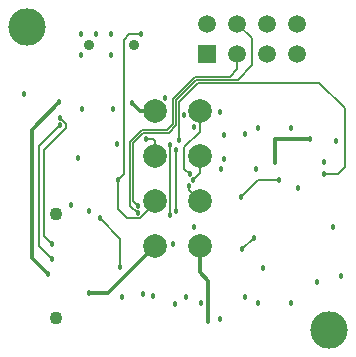
<source format=gbl>
%FSLAX24Y24*%
%MOIN*%
G70*
G01*
G75*
G04 Layer_Physical_Order=4*
G04 Layer_Color=16711680*
%ADD10R,0.0710X0.0300*%
%ADD11R,0.1024X0.0787*%
%ADD12R,0.0532X0.0157*%
%ADD13R,0.0748X0.0630*%
%ADD14R,0.0748X0.0472*%
%ADD15R,0.0787X0.0827*%
%ADD16R,0.0150X0.0200*%
%ADD17R,0.0291X0.0728*%
%ADD18R,0.0787X0.0157*%
%ADD19R,0.0118X0.0472*%
%ADD20R,0.0472X0.0118*%
%ADD21R,0.0236X0.0098*%
%ADD22R,0.0295X0.0472*%
%ADD23R,0.0200X0.0150*%
%ADD24R,0.0300X0.0250*%
%ADD25R,0.0335X0.0138*%
%ADD26R,0.0138X0.0315*%
%ADD27R,0.0250X0.0300*%
%ADD28R,0.0118X0.0165*%
%ADD29R,0.0165X0.0118*%
%ADD30C,0.0100*%
%ADD31C,0.0120*%
%ADD32C,0.0050*%
%ADD33C,0.0060*%
%ADD34C,0.0140*%
%ADD35C,0.0080*%
%ADD36C,0.0098*%
%ADD37C,0.0160*%
%ADD38C,0.0433*%
%ADD39C,0.0591*%
%ADD40R,0.0591X0.0591*%
%ADD41C,0.0354*%
%ADD42C,0.1250*%
%ADD43C,0.0180*%
%ADD44C,0.0200*%
%ADD45C,0.0300*%
%ADD46R,0.1120X0.1120*%
%ADD47C,0.0787*%
D31*
X23950Y42430D02*
X25500Y43980D01*
X23320Y42430D02*
X23950D01*
X25500Y43980D02*
Y44000D01*
X27000Y43110D02*
Y44000D01*
X27010Y43990D01*
X27000Y43110D02*
X27280Y42830D01*
Y41500D02*
Y42830D01*
X24740Y48753D02*
X24993Y48500D01*
X25500D01*
D32*
X23660Y44910D02*
X24330Y44240D01*
Y43280D02*
Y44240D01*
X27000Y47790D02*
Y48500D01*
X26490Y47280D02*
X27000Y47790D01*
X26490Y46568D02*
Y47280D01*
Y46568D02*
X26660Y46398D01*
X27000Y46422D02*
Y47000D01*
X26780Y46202D02*
X27000Y46422D01*
X26650Y45850D02*
X27000Y45500D01*
X26650Y45850D02*
Y46005D01*
X31830Y46620D02*
Y48590D01*
X31605Y46395D02*
X31830Y46620D01*
X31130Y46395D02*
X31605D01*
X25225Y47560D02*
X25430D01*
X26012Y45040D02*
Y47350D01*
X25430Y47560D02*
X25500Y47490D01*
Y47000D02*
Y47490D01*
X28250Y51400D02*
X28740Y50910D01*
Y50010D02*
Y50910D01*
X28250Y49880D02*
Y50400D01*
X25070Y47870D02*
X25920D01*
X25111Y47770D02*
X25961D01*
X26209Y45170D02*
Y47180D01*
X30980Y49440D02*
X31830Y48590D01*
X28270Y49540D02*
X28740Y50010D01*
X28010Y49640D02*
X28250Y49880D01*
X26930Y49440D02*
X30980D01*
X26889Y49540D02*
X28270D01*
X26847Y49640D02*
X28010D01*
X25961Y47770D02*
X26210Y48019D01*
X25920Y47870D02*
X26110Y48060D01*
X26310Y47520D02*
Y48277D01*
X26295Y48292D02*
X26310Y48277D01*
X26210Y48019D02*
Y48235D01*
X26195Y48250D02*
X26210Y48235D01*
X26110Y48060D02*
Y48194D01*
X26095Y48209D02*
X26110Y48194D01*
X26095Y48209D02*
Y48888D01*
X26195Y48250D02*
Y48846D01*
X26295Y48292D02*
Y48805D01*
X26930Y49440D01*
X26195Y48846D02*
X26889Y49540D01*
X26095Y48888D02*
X26847Y49640D01*
X28360Y45610D02*
X28938Y46188D01*
X29630D01*
X24640Y51050D02*
X25050D01*
X25500Y45417D02*
Y45500D01*
X24282Y45208D02*
Y46203D01*
X24770Y45480D02*
X24930Y45320D01*
X24770Y45480D02*
Y47429D01*
X25111Y47770D01*
X24670Y45340D02*
Y47470D01*
Y45340D02*
X24930Y45080D01*
X24670Y47470D02*
X25070Y47870D01*
X24282Y46203D02*
X24460Y46382D01*
Y50870D01*
X24640Y51050D01*
X24575Y44915D02*
X24998D01*
X24282Y45208D02*
X24575Y44915D01*
X24998D02*
X25500Y45417D01*
X28415Y43875D02*
X28800Y44260D01*
X28805Y44255D01*
X28800Y44260D02*
X28820D01*
D33*
X21820Y47190D02*
X22550Y47920D01*
X21820Y44312D02*
Y47190D01*
Y44312D02*
X22074Y44058D01*
X21650Y47324D02*
X22340Y48014D01*
X21650Y43990D02*
Y47324D01*
Y43990D02*
X22074Y43566D01*
X22550Y47920D02*
Y48060D01*
X22340Y48270D02*
X22550Y48060D01*
D34*
X21400Y43600D02*
X21926Y43074D01*
X21400Y47864D02*
X22318Y48782D01*
X21400Y43600D02*
Y47864D01*
X29510Y47560D02*
X30675D01*
X29510Y46788D02*
Y47560D01*
D38*
X22197Y41598D02*
D03*
Y45042D02*
D03*
D39*
X29250Y51400D02*
D03*
Y50400D02*
D03*
X28250Y51400D02*
D03*
Y50400D02*
D03*
X27250Y51400D02*
D03*
X30250Y50400D02*
D03*
Y51400D02*
D03*
D40*
X27250Y50400D02*
D03*
D41*
X23300Y50700D02*
D03*
X24800D02*
D03*
D42*
X21250Y51300D02*
D03*
X31300Y41200D02*
D03*
D43*
X22717Y45370D02*
D03*
X23660Y44910D02*
D03*
X23080Y48550D02*
D03*
X21150Y49060D02*
D03*
X22318Y48782D02*
D03*
X25120Y42400D02*
D03*
X25450Y42320D02*
D03*
X22074Y44058D02*
D03*
Y43566D02*
D03*
X21926Y43074D02*
D03*
X24330Y43280D02*
D03*
X22340Y48014D02*
D03*
Y48270D02*
D03*
X30675Y47560D02*
D03*
X28860Y46570D02*
D03*
X29510Y46788D02*
D03*
X30282Y45928D02*
D03*
X31130Y46395D02*
D03*
X31530Y47486D02*
D03*
X31128Y46788D02*
D03*
X26210Y47180D02*
D03*
X26012Y45040D02*
D03*
X26209Y45170D02*
D03*
X23050Y51050D02*
D03*
X23550D02*
D03*
X24050D02*
D03*
X27280Y41500D02*
D03*
X26650Y46005D02*
D03*
X26660Y46398D02*
D03*
X26780Y46202D02*
D03*
X25830Y48920D02*
D03*
X24110Y48550D02*
D03*
X22950Y46927D02*
D03*
X23300Y45147D02*
D03*
X29110Y43270D02*
D03*
X31710Y42980D02*
D03*
X30050Y42090D02*
D03*
X28950D02*
D03*
X28950Y47910D02*
D03*
X30050D02*
D03*
X26550Y42307D02*
D03*
X27050Y42100D02*
D03*
X26184Y42056D02*
D03*
X24400Y42307D02*
D03*
X26803Y44627D02*
D03*
X26100Y44050D02*
D03*
X27800Y47700D02*
D03*
Y46900D02*
D03*
X23320Y42430D02*
D03*
X28500Y47710D02*
D03*
X28500Y42290D02*
D03*
X28360Y45610D02*
D03*
X23050Y50360D02*
D03*
X24050D02*
D03*
X24740Y48753D02*
D03*
X26012Y47350D02*
D03*
X25225Y47560D02*
D03*
X26310Y47520D02*
D03*
X24930Y45320D02*
D03*
Y45080D02*
D03*
X26460Y48360D02*
D03*
X26820Y47960D02*
D03*
X27710Y46560D02*
D03*
X30900Y42790D02*
D03*
X27670Y41550D02*
D03*
X27680Y48450D02*
D03*
X29630Y46188D02*
D03*
X31440Y44640D02*
D03*
X25050Y51050D02*
D03*
X24240Y47383D02*
D03*
X24282Y46202D02*
D03*
X28415Y43875D02*
D03*
X28800Y44260D02*
D03*
D47*
X25500Y44000D02*
D03*
Y48500D02*
D03*
X27000Y45500D02*
D03*
Y47000D02*
D03*
Y48500D02*
D03*
X25500Y45500D02*
D03*
Y47000D02*
D03*
X27000Y44000D02*
D03*
M02*

</source>
